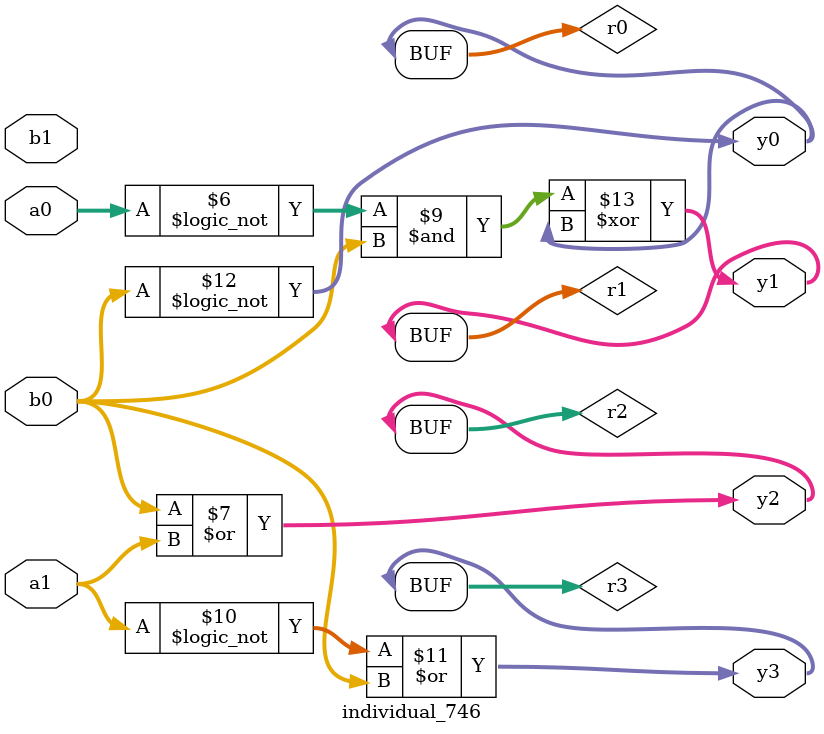
<source format=sv>
module individual_746(input logic [15:0] a1, input logic [15:0] a0, input logic [15:0] b1, input logic [15:0] b0, output logic [15:0] y3, output logic [15:0] y2, output logic [15:0] y1, output logic [15:0] y0);
logic [15:0] r0, r1, r2, r3; 
 always@(*) begin 
	 r0 = a0; r1 = a1; r2 = b0; r3 = b1; 
 	 r1  &=  r0 ;
 	 r3  |=  a0 ;
 	 r1  |=  a1 ;
 	 r0  ^=  b0 ;
 	 r1 = ! a0 ;
 	 r2  |=  a1 ;
 	 r3  &=  r1 ;
 	 r1  &=  b0 ;
 	 r3 = ! a1 ;
 	 r3  |=  b0 ;
 	 r0 = ! b0 ;
 	 r1  ^=  r0 ;
 	 y3 = r3; y2 = r2; y1 = r1; y0 = r0; 
end
endmodule
</source>
